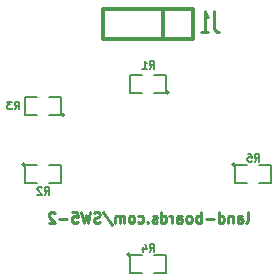
<source format=gbo>
G04 (created by PCBNEW (2013-05-31 BZR 4019)-stable) date 7/9/2014 9:45:12 PM*
%MOIN*%
G04 Gerber Fmt 3.4, Leading zero omitted, Abs format*
%FSLAX34Y34*%
G01*
G70*
G90*
G04 APERTURE LIST*
%ADD10C,0.00590551*%
%ADD11C,0.00875*%
%ADD12C,0.005*%
%ADD13C,0.012*%
%ADD14C,0.0106*%
G04 APERTURE END LIST*
G54D10*
G54D11*
X63758Y-52141D02*
X63791Y-52125D01*
X63808Y-52091D01*
X63808Y-51791D01*
X63474Y-52141D02*
X63474Y-51958D01*
X63491Y-51925D01*
X63524Y-51908D01*
X63591Y-51908D01*
X63624Y-51925D01*
X63474Y-52125D02*
X63508Y-52141D01*
X63591Y-52141D01*
X63624Y-52125D01*
X63641Y-52091D01*
X63641Y-52058D01*
X63624Y-52025D01*
X63591Y-52008D01*
X63508Y-52008D01*
X63474Y-51991D01*
X63308Y-51908D02*
X63308Y-52141D01*
X63308Y-51941D02*
X63291Y-51925D01*
X63258Y-51908D01*
X63208Y-51908D01*
X63174Y-51925D01*
X63158Y-51958D01*
X63158Y-52141D01*
X62841Y-52141D02*
X62841Y-51791D01*
X62841Y-52125D02*
X62874Y-52141D01*
X62941Y-52141D01*
X62974Y-52125D01*
X62991Y-52108D01*
X63008Y-52075D01*
X63008Y-51975D01*
X62991Y-51941D01*
X62974Y-51925D01*
X62941Y-51908D01*
X62874Y-51908D01*
X62841Y-51925D01*
X62674Y-52008D02*
X62408Y-52008D01*
X62241Y-52141D02*
X62241Y-51791D01*
X62241Y-51925D02*
X62208Y-51908D01*
X62141Y-51908D01*
X62108Y-51925D01*
X62091Y-51941D01*
X62074Y-51975D01*
X62074Y-52075D01*
X62091Y-52108D01*
X62108Y-52125D01*
X62141Y-52141D01*
X62208Y-52141D01*
X62241Y-52125D01*
X61874Y-52141D02*
X61908Y-52125D01*
X61924Y-52108D01*
X61941Y-52075D01*
X61941Y-51975D01*
X61924Y-51941D01*
X61908Y-51925D01*
X61874Y-51908D01*
X61824Y-51908D01*
X61791Y-51925D01*
X61774Y-51941D01*
X61758Y-51975D01*
X61758Y-52075D01*
X61774Y-52108D01*
X61791Y-52125D01*
X61824Y-52141D01*
X61874Y-52141D01*
X61458Y-52141D02*
X61458Y-51958D01*
X61475Y-51925D01*
X61508Y-51908D01*
X61575Y-51908D01*
X61608Y-51925D01*
X61458Y-52125D02*
X61491Y-52141D01*
X61575Y-52141D01*
X61608Y-52125D01*
X61625Y-52091D01*
X61625Y-52058D01*
X61608Y-52025D01*
X61575Y-52008D01*
X61491Y-52008D01*
X61458Y-51991D01*
X61291Y-52141D02*
X61291Y-51908D01*
X61291Y-51975D02*
X61275Y-51941D01*
X61258Y-51925D01*
X61225Y-51908D01*
X61191Y-51908D01*
X60925Y-52141D02*
X60925Y-51791D01*
X60925Y-52125D02*
X60958Y-52141D01*
X61025Y-52141D01*
X61058Y-52125D01*
X61075Y-52108D01*
X61091Y-52075D01*
X61091Y-51975D01*
X61075Y-51941D01*
X61058Y-51925D01*
X61025Y-51908D01*
X60958Y-51908D01*
X60925Y-51925D01*
X60775Y-52125D02*
X60741Y-52141D01*
X60675Y-52141D01*
X60641Y-52125D01*
X60625Y-52091D01*
X60625Y-52075D01*
X60641Y-52041D01*
X60675Y-52025D01*
X60725Y-52025D01*
X60758Y-52008D01*
X60775Y-51975D01*
X60775Y-51958D01*
X60758Y-51925D01*
X60725Y-51908D01*
X60675Y-51908D01*
X60641Y-51925D01*
X60475Y-52108D02*
X60458Y-52125D01*
X60475Y-52141D01*
X60491Y-52125D01*
X60475Y-52108D01*
X60475Y-52141D01*
X60158Y-52125D02*
X60191Y-52141D01*
X60258Y-52141D01*
X60291Y-52125D01*
X60308Y-52108D01*
X60325Y-52075D01*
X60325Y-51975D01*
X60308Y-51941D01*
X60291Y-51925D01*
X60258Y-51908D01*
X60191Y-51908D01*
X60158Y-51925D01*
X59958Y-52141D02*
X59991Y-52125D01*
X60008Y-52108D01*
X60025Y-52075D01*
X60025Y-51975D01*
X60008Y-51941D01*
X59991Y-51925D01*
X59958Y-51908D01*
X59908Y-51908D01*
X59875Y-51925D01*
X59858Y-51941D01*
X59841Y-51975D01*
X59841Y-52075D01*
X59858Y-52108D01*
X59875Y-52125D01*
X59908Y-52141D01*
X59958Y-52141D01*
X59691Y-52141D02*
X59691Y-51908D01*
X59691Y-51941D02*
X59675Y-51925D01*
X59641Y-51908D01*
X59591Y-51908D01*
X59558Y-51925D01*
X59541Y-51958D01*
X59541Y-52141D01*
X59541Y-51958D02*
X59525Y-51925D01*
X59491Y-51908D01*
X59441Y-51908D01*
X59408Y-51925D01*
X59391Y-51958D01*
X59391Y-52141D01*
X58975Y-51775D02*
X59275Y-52225D01*
X58875Y-52125D02*
X58825Y-52141D01*
X58741Y-52141D01*
X58708Y-52125D01*
X58691Y-52108D01*
X58675Y-52075D01*
X58675Y-52041D01*
X58691Y-52008D01*
X58708Y-51991D01*
X58741Y-51975D01*
X58808Y-51958D01*
X58841Y-51941D01*
X58858Y-51925D01*
X58875Y-51891D01*
X58875Y-51858D01*
X58858Y-51825D01*
X58841Y-51808D01*
X58808Y-51791D01*
X58725Y-51791D01*
X58675Y-51808D01*
X58558Y-51791D02*
X58475Y-52141D01*
X58408Y-51891D01*
X58341Y-52141D01*
X58258Y-51791D01*
X57958Y-51791D02*
X58125Y-51791D01*
X58141Y-51958D01*
X58125Y-51941D01*
X58091Y-51925D01*
X58008Y-51925D01*
X57975Y-51941D01*
X57958Y-51958D01*
X57941Y-51991D01*
X57941Y-52075D01*
X57958Y-52108D01*
X57975Y-52125D01*
X58008Y-52141D01*
X58091Y-52141D01*
X58125Y-52125D01*
X58141Y-52108D01*
X57791Y-52008D02*
X57525Y-52008D01*
X57375Y-51825D02*
X57358Y-51808D01*
X57325Y-51791D01*
X57241Y-51791D01*
X57208Y-51808D01*
X57191Y-51825D01*
X57175Y-51858D01*
X57175Y-51891D01*
X57191Y-51941D01*
X57391Y-52141D01*
X57175Y-52141D01*
G54D12*
X56400Y-50200D02*
G75*
G03X56400Y-50200I-50J0D01*
G74*
G01*
X56800Y-50200D02*
X56400Y-50200D01*
X56400Y-50200D02*
X56400Y-50800D01*
X56400Y-50800D02*
X56800Y-50800D01*
X57200Y-50800D02*
X57600Y-50800D01*
X57600Y-50800D02*
X57600Y-50200D01*
X57600Y-50200D02*
X57200Y-50200D01*
X61200Y-47800D02*
G75*
G03X61200Y-47800I-50J0D01*
G74*
G01*
X60700Y-47800D02*
X61100Y-47800D01*
X61100Y-47800D02*
X61100Y-47200D01*
X61100Y-47200D02*
X60700Y-47200D01*
X60300Y-47200D02*
X59900Y-47200D01*
X59900Y-47200D02*
X59900Y-47800D01*
X59900Y-47800D02*
X60300Y-47800D01*
X57700Y-48550D02*
G75*
G03X57700Y-48550I-50J0D01*
G74*
G01*
X57200Y-48550D02*
X57600Y-48550D01*
X57600Y-48550D02*
X57600Y-47950D01*
X57600Y-47950D02*
X57200Y-47950D01*
X56800Y-47950D02*
X56400Y-47950D01*
X56400Y-47950D02*
X56400Y-48550D01*
X56400Y-48550D02*
X56800Y-48550D01*
X59900Y-53200D02*
G75*
G03X59900Y-53200I-50J0D01*
G74*
G01*
X60300Y-53200D02*
X59900Y-53200D01*
X59900Y-53200D02*
X59900Y-53800D01*
X59900Y-53800D02*
X60300Y-53800D01*
X60700Y-53800D02*
X61100Y-53800D01*
X61100Y-53800D02*
X61100Y-53200D01*
X61100Y-53200D02*
X60700Y-53200D01*
X63400Y-50200D02*
G75*
G03X63400Y-50200I-50J0D01*
G74*
G01*
X63800Y-50200D02*
X63400Y-50200D01*
X63400Y-50200D02*
X63400Y-50800D01*
X63400Y-50800D02*
X63800Y-50800D01*
X64200Y-50800D02*
X64600Y-50800D01*
X64600Y-50800D02*
X64600Y-50200D01*
X64600Y-50200D02*
X64200Y-50200D01*
G54D13*
X62000Y-46000D02*
X62000Y-45000D01*
X62000Y-45000D02*
X59000Y-45000D01*
X59000Y-45000D02*
X59000Y-46000D01*
X59000Y-46000D02*
X62000Y-46000D01*
X61000Y-45000D02*
X61000Y-46000D01*
G54D12*
X57041Y-51201D02*
X57125Y-51082D01*
X57184Y-51201D02*
X57184Y-50951D01*
X57089Y-50951D01*
X57065Y-50963D01*
X57053Y-50975D01*
X57041Y-50998D01*
X57041Y-51034D01*
X57053Y-51058D01*
X57065Y-51070D01*
X57089Y-51082D01*
X57184Y-51082D01*
X56946Y-50975D02*
X56934Y-50963D01*
X56910Y-50951D01*
X56851Y-50951D01*
X56827Y-50963D01*
X56815Y-50975D01*
X56803Y-50998D01*
X56803Y-51022D01*
X56815Y-51058D01*
X56958Y-51201D01*
X56803Y-51201D01*
X60541Y-47001D02*
X60625Y-46882D01*
X60684Y-47001D02*
X60684Y-46751D01*
X60589Y-46751D01*
X60565Y-46763D01*
X60553Y-46775D01*
X60541Y-46798D01*
X60541Y-46834D01*
X60553Y-46858D01*
X60565Y-46870D01*
X60589Y-46882D01*
X60684Y-46882D01*
X60303Y-47001D02*
X60446Y-47001D01*
X60375Y-47001D02*
X60375Y-46751D01*
X60398Y-46786D01*
X60422Y-46810D01*
X60446Y-46822D01*
X56041Y-48351D02*
X56125Y-48232D01*
X56184Y-48351D02*
X56184Y-48101D01*
X56089Y-48101D01*
X56065Y-48113D01*
X56053Y-48125D01*
X56041Y-48148D01*
X56041Y-48184D01*
X56053Y-48208D01*
X56065Y-48220D01*
X56089Y-48232D01*
X56184Y-48232D01*
X55958Y-48101D02*
X55803Y-48101D01*
X55886Y-48196D01*
X55851Y-48196D01*
X55827Y-48208D01*
X55815Y-48220D01*
X55803Y-48244D01*
X55803Y-48303D01*
X55815Y-48327D01*
X55827Y-48339D01*
X55851Y-48351D01*
X55922Y-48351D01*
X55946Y-48339D01*
X55958Y-48327D01*
X60541Y-53101D02*
X60625Y-52982D01*
X60684Y-53101D02*
X60684Y-52851D01*
X60589Y-52851D01*
X60565Y-52863D01*
X60553Y-52875D01*
X60541Y-52898D01*
X60541Y-52934D01*
X60553Y-52958D01*
X60565Y-52970D01*
X60589Y-52982D01*
X60684Y-52982D01*
X60327Y-52934D02*
X60327Y-53101D01*
X60386Y-52839D02*
X60446Y-53017D01*
X60291Y-53017D01*
X64041Y-50101D02*
X64125Y-49982D01*
X64184Y-50101D02*
X64184Y-49851D01*
X64089Y-49851D01*
X64065Y-49863D01*
X64053Y-49875D01*
X64041Y-49898D01*
X64041Y-49934D01*
X64053Y-49958D01*
X64065Y-49970D01*
X64089Y-49982D01*
X64184Y-49982D01*
X63815Y-49851D02*
X63934Y-49851D01*
X63946Y-49970D01*
X63934Y-49958D01*
X63910Y-49946D01*
X63851Y-49946D01*
X63827Y-49958D01*
X63815Y-49970D01*
X63803Y-49994D01*
X63803Y-50053D01*
X63815Y-50077D01*
X63827Y-50089D01*
X63851Y-50101D01*
X63910Y-50101D01*
X63934Y-50089D01*
X63946Y-50077D01*
G54D14*
X62683Y-45092D02*
X62683Y-45595D01*
X62703Y-45696D01*
X62743Y-45763D01*
X62804Y-45797D01*
X62844Y-45797D01*
X62259Y-45797D02*
X62501Y-45797D01*
X62380Y-45797D02*
X62380Y-45092D01*
X62420Y-45193D01*
X62461Y-45260D01*
X62501Y-45293D01*
M02*

</source>
